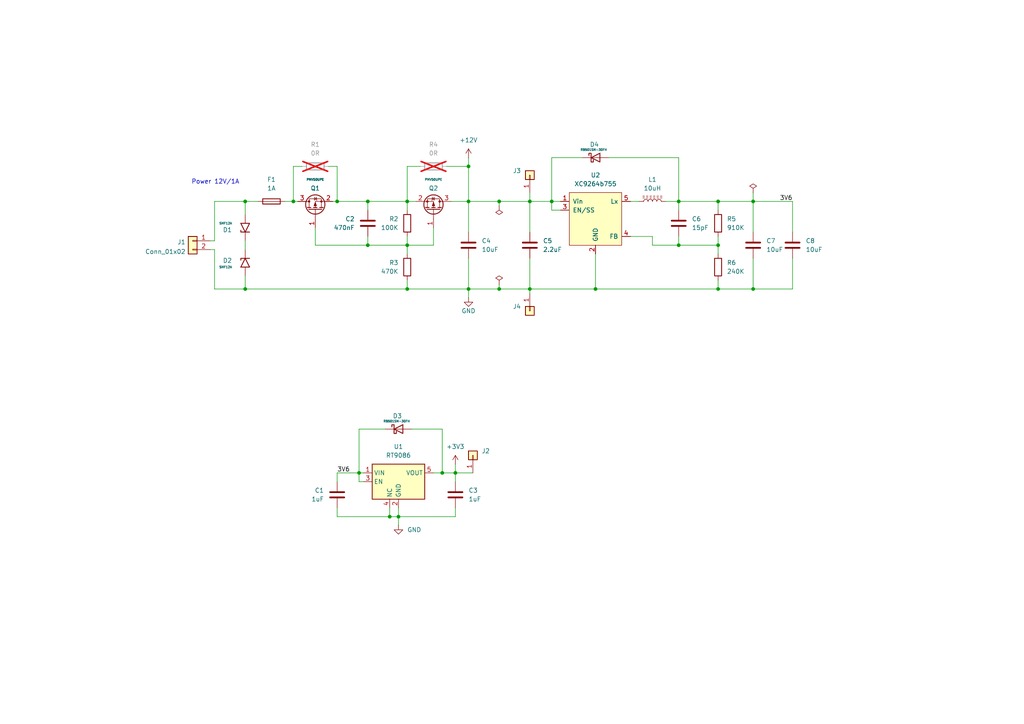
<source format=kicad_sch>
(kicad_sch (version 20231120) (generator "eeschema") (generator_version "8.0")
  (paper "A4")
  (lib_symbols
    (symbol "AM163:RT9086-xxGB"
      (property "Reference" "U" (at 0 6.35 0))
      (property "Value" "RT9086-xxGB" (at 7.62 -6.35 0))
      (symbol "RT9086-xxGB_0_1"
        (rectangle (start -7.62 5.08) (end 7.62 -5.08) (stroke (width 0.254)) (fill (type background)))
      )
      (symbol "RT9086-xxGB_1_1"
        (pin power_in line (at -10.16 2.54 0) (length 2.54) (name "VIN") (number "1"))
        (pin power_in line (at 0 -7.62 90) (length 2.54) (name "GND") (number "2"))
        (pin input line (at -10.16 0 0) (length 2.54) (name "EN") (number "3"))
        (pin free line (at -2.54 -7.62 90) (length 2.54) (name "NC") (number "4"))
        (pin power_out line (at 10.16 2.54 180) (length 2.54) (name "VOUT") (number "5"))
      )
    )
    (symbol "AM163:XC926x" (pin_names (offset 1.016))
      (property "Reference" "U" (at 5.08 8.89 0))
      (property "Value" "XC926x" (at 0 8.89 0))
      (symbol "XC926x_0_1"
        (rectangle (start -7.62 7.62) (end 7.62 -7.62) (fill (type background)))
      )
      (symbol "XC926x_1_1"
        (pin power_in line (at -10.16 5.08 0) (length 2.54) (name "Vin") (number "1"))
        (pin power_in line (at 0 -10.16 90) (length 2.54) (name "GND") (number "2"))
        (pin input line (at -10.16 2.54 0) (length 2.54) (name "EN/SS") (number "3"))
        (pin input line (at 10.16 -5.08 180) (length 2.54) (name "FB") (number "4"))
        (pin output line (at 10.16 5.08 180) (length 2.54) (name "Lx") (number "5"))
      )
    )
    (symbol "Connector_Generic:Conn_01x01" (pin_names (offset 1.016) hide)
      (property "Reference" "J" (at 0 2.54 0))
      (property "Value" "Conn_01x01" (at 0 -2.54 0))
      (symbol "Conn_01x01_1_1"
        (rectangle (start -1.27 0.127) (end 0 -0.127) (stroke (width 0.1524)))
        (rectangle (start -1.27 1.27) (end 1.27 -1.27) (stroke (width 0.254)) (fill (type background)))
        (pin passive line (at -5.08 0 0) (length 3.81) (name "Pin_1") (number "1"))
      )
    )
    (symbol "Connector_Generic:Conn_01x02" (pin_names (offset 1.016) hide)
      (property "Reference" "J" (at 0 2.54 0))
      (property "Value" "Conn_01x02" (at 0 -5.08 0))
      (symbol "Conn_01x02_1_1"
        (rectangle (start -1.27 -2.413) (end 0 -2.667) (stroke (width 0.1524)))
        (rectangle (start -1.27 0.127) (end 0 -0.127) (stroke (width 0.1524)))
        (rectangle (start -1.27 1.27) (end 1.27 -3.81) (stroke (width 0.254)) (fill (type background)))
        (pin passive line (at -5.08 0 0) (length 3.81) (name "Pin_1") (number "1"))
        (pin passive line (at -5.08 -2.54 0) (length 3.81) (name "Pin_2") (number "2"))
      )
    )
    (symbol "Device:C" (pin_numbers hide) (pin_names (offset 0.254))
      (property "Reference" "C" (at 0.635 2.54 0))
      (property "Value" "C" (at 0.635 -2.54 0))
      (symbol "C_0_1"
        (polyline (pts (xy -2.032 -0.762) (xy 2.032 -0.762)) (stroke (width 0.508)))
        (polyline (pts (xy -2.032 0.762) (xy 2.032 0.762)) (stroke (width 0.508)))
      )
      (symbol "C_1_1"
        (pin passive line (at 0 3.81 270) (length 2.794) (name "~") (number "1"))
        (pin passive line (at 0 -3.81 90) (length 2.794) (name "~") (number "2"))
      )
    )
    (symbol "Device:D_Schottky" (pin_numbers hide) (pin_names (offset 1.016) hide)
      (property "Reference" "D" (at 0 2.54 0))
      (property "Value" "D_Schottky" (at 0 -2.54 0))
      (symbol "D_Schottky_0_1"
        (polyline (pts (xy 1.27 0) (xy -1.27 0)))
        (polyline (pts (xy 1.27 1.27) (xy 1.27 -1.27) (xy -1.27 0) (xy 1.27 1.27)) (stroke (width 0.254)))
        (polyline (pts (xy -1.905 0.635) (xy -1.905 1.27) (xy -1.27 1.27) (xy -1.27 -1.27) (xy -0.635 -1.27) (xy -0.635 -0.635)) (stroke (width 0.254)))
      )
      (symbol "D_Schottky_1_1"
        (pin passive line (at -3.81 0 0) (length 2.54) (name "K") (number "1"))
        (pin passive line (at 3.81 0 180) (length 2.54) (name "A") (number "2"))
      )
    )
    (symbol "Device:Fuse" (pin_numbers hide) (pin_names (offset 0))
      (property "Reference" "F" (at 2.032 0 90))
      (property "Value" "Fuse" (at -1.905 0 90))
      (symbol "Fuse_0_1"
        (rectangle (start -0.762 -2.54) (end 0.762 2.54) (stroke (width 0.254)))
        (polyline (pts (xy 0 2.54) (xy 0 -2.54)))
      )
      (symbol "Fuse_1_1"
        (pin passive line (at 0 3.81 270) (length 1.27) (name "~") (number "1"))
        (pin passive line (at 0 -3.81 90) (length 1.27) (name "~") (number "2"))
      )
    )
    (symbol "Device:L_Ferrite" (pin_numbers hide) (pin_names (offset 1.016) hide)
      (property "Reference" "L" (at -1.27 0 90))
      (property "Value" "L_Ferrite" (at 2.794 0 90))
      (symbol "L_Ferrite_0_1"
        (arc (start 0 -2.54) (mid 0.6323 -1.905) (end 0 -1.27))
        (arc (start 0 -1.27) (mid 0.6323 -0.635) (end 0 0))
        (polyline (pts (xy 1.016 -2.794) (xy 1.016 -2.286)))
        (polyline (pts (xy 1.016 -1.778) (xy 1.016 -1.27)))
        (polyline (pts (xy 1.016 -0.762) (xy 1.016 -0.254)))
        (polyline (pts (xy 1.016 0.254) (xy 1.016 0.762)))
        (polyline (pts (xy 1.016 1.27) (xy 1.016 1.778)))
        (polyline (pts (xy 1.016 2.286) (xy 1.016 2.794)))
        (polyline (pts (xy 1.524 -2.286) (xy 1.524 -2.794)))
        (polyline (pts (xy 1.524 -1.27) (xy 1.524 -1.778)))
        (polyline (pts (xy 1.524 -0.254) (xy 1.524 -0.762)))
        (polyline (pts (xy 1.524 0.762) (xy 1.524 0.254)))
        (polyline (pts (xy 1.524 1.778) (xy 1.524 1.27)))
        (polyline (pts (xy 1.524 2.794) (xy 1.524 2.286)))
        (arc (start 0 0) (mid 0.6323 0.635) (end 0 1.27))
        (arc (start 0 1.27) (mid 0.6323 1.905) (end 0 2.54))
      )
      (symbol "L_Ferrite_1_1"
        (pin passive line (at 0 3.81 270) (length 1.27) (name "1") (number "1"))
        (pin passive line (at 0 -3.81 90) (length 1.27) (name "2") (number "2"))
      )
    )
    (symbol "Device:Q_PMOS_GSD" (pin_names (offset 0) hide)
      (property "Reference" "Q" (at 5.08 1.27 0))
      (property "Value" "Q_PMOS_GSD" (at 5.08 -1.27 0))
      (symbol "Q_PMOS_GSD_0_1"
        (polyline (pts (xy 0.254 0) (xy -2.54 0)))
        (polyline (pts (xy 0.254 1.905) (xy 0.254 -1.905)) (stroke (width 0.254)))
        (polyline (pts (xy 0.762 -1.27) (xy 0.762 -2.286)) (stroke (width 0.254)))
        (polyline (pts (xy 0.762 0.508) (xy 0.762 -0.508)) (stroke (width 0.254)))
        (polyline (pts (xy 0.762 2.286) (xy 0.762 1.27)) (stroke (width 0.254)))
        (polyline (pts (xy 2.54 2.54) (xy 2.54 1.778)))
        (polyline (pts (xy 2.54 -2.54) (xy 2.54 0) (xy 0.762 0)))
        (polyline (pts (xy 0.762 1.778) (xy 3.302 1.778) (xy 3.302 -1.778) (xy 0.762 -1.778)))
        (polyline (pts (xy 2.286 0) (xy 1.27 0.381) (xy 1.27 -0.381) (xy 2.286 0)) (fill (type outline)))
        (polyline (pts (xy 2.794 -0.508) (xy 2.921 -0.381) (xy 3.683 -0.381) (xy 3.81 -0.254)))
        (polyline (pts (xy 3.302 -0.381) (xy 2.921 0.254) (xy 3.683 0.254) (xy 3.302 -0.381)))
        (circle (center 1.651 0) (radius 2.794) (stroke (width 0.254)))
        (circle (center 2.54 -1.778) (radius 0.254) (fill (type outline)))
        (circle (center 2.54 1.778) (radius 0.254) (fill (type outline)))
      )
      (symbol "Q_PMOS_GSD_1_1"
        (pin input line (at -5.08 0 0) (length 2.54) (name "G") (number "1"))
        (pin passive line (at 2.54 -5.08 90) (length 2.54) (name "S") (number "2"))
        (pin passive line (at 2.54 5.08 270) (length 2.54) (name "D") (number "3"))
      )
    )
    (symbol "Device:R" (pin_numbers hide) (pin_names (offset 0))
      (property "Reference" "R" (at 2.032 0 90))
      (property "Value" "R" (at 0 0 90))
      (symbol "R_0_1"
        (rectangle (start -1.016 -2.54) (end 1.016 2.54) (stroke (width 0.254)))
      )
      (symbol "R_1_1"
        (pin passive line (at 0 3.81 270) (length 1.27) (name "~") (number "1"))
        (pin passive line (at 0 -3.81 90) (length 1.27) (name "~") (number "2"))
      )
    )
    (symbol "Diode:SMF12A" (pin_numbers hide) (pin_names (offset 1.016) hide)
      (property "Reference" "D" (at 0 2.54 0))
      (property "Value" "SMF12A" (at 0 -2.54 0))
      (symbol "SMF12A_0_1"
        (polyline (pts (xy -0.762 1.27) (xy -1.27 1.27) (xy -1.27 -1.27)) (stroke (width 0.254)))
        (polyline (pts (xy 1.27 1.27) (xy 1.27 -1.27) (xy -1.27 0) (xy 1.27 1.27)) (stroke (width 0.254)))
      )
      (symbol "SMF12A_1_1"
        (pin passive line (at -3.81 0 0) (length 2.54) (name "A1") (number "1"))
        (pin passive line (at 3.81 0 180) (length 2.54) (name "A2") (number "2"))
      )
    )
    (symbol "power:+12V" (power) (pin_numbers hide) (pin_names (offset 0) hide)
      (property "Value" "+12V" (at 0 3.556 0))
      (symbol "+12V_0_1"
        (polyline (pts (xy -0.762 1.27) (xy 0 2.54)))
        (polyline (pts (xy 0 0) (xy 0 2.54)))
        (polyline (pts (xy 0 2.54) (xy 0.762 1.27)))
      )
      (symbol "+12V_1_1"
        (pin power_in line (at 0 0 90) (length 0) (name "~") (number "1"))
      )
    )
    (symbol "power:+3V3" (power) (pin_numbers hide) (pin_names (offset 0) hide)
      (property "Value" "+3V3" (at 0 3.556 0))
      (symbol "+3V3_0_1"
        (polyline (pts (xy -0.762 1.27) (xy 0 2.54)))
        (polyline (pts (xy 0 0) (xy 0 2.54)))
        (polyline (pts (xy 0 2.54) (xy 0.762 1.27)))
      )
      (symbol "+3V3_1_1"
        (pin power_in line (at 0 0 90) (length 0) (name "~") (number "1"))
      )
    )
    (symbol "power:GND" (power) (pin_numbers hide) (pin_names (offset 0) hide)
      (property "Value" "GND" (at 0 -3.81 0))
      (symbol "GND_0_1"
        (polyline (pts (xy 0 0) (xy 0 -1.27) (xy 1.27 -1.27) (xy 0 -2.54) (xy -1.27 -1.27) (xy 0 -1.27)))
      )
      (symbol "GND_1_1"
        (pin power_in line (at 0 0 270) (length 0) (name "~") (number "1"))
      )
    )
    (symbol "power:PWR_FLAG" (power) (pin_numbers hide) (pin_names (offset 0) hide)
      (property "Value" "PWR_FLAG" (at 0 3.81 0))
      (symbol "PWR_FLAG_0_0"
        (pin power_out line (at 0 0 90) (length 0) (name "~") (number "1"))
      )
      (symbol "PWR_FLAG_0_1"
        (polyline (pts (xy 0 0) (xy 0 1.27) (xy -1.016 1.905) (xy 0 2.54) (xy 1.016 1.905) (xy 0 1.27)))
      )
    )
  )
  (junction (at 208.28 83.82))
  (junction (at 135.89 83.82))
  (junction (at 153.67 58.42))
  (junction (at 97.79 58.42))
  (junction (at 135.89 58.42))
  (junction (at 118.11 83.82))
  (junction (at 106.68 71.12))
  (junction (at 104.14 137.16))
  (junction (at 172.72 83.82))
  (junction (at 106.68 58.42))
  (junction (at 196.85 71.12))
  (junction (at 160.02 58.42))
  (junction (at 85.09 58.42))
  (junction (at 208.28 58.42))
  (junction (at 115.57 149.86))
  (junction (at 196.85 58.42))
  (junction (at 113.03 149.86))
  (junction (at 118.11 71.12))
  (junction (at 208.28 71.12))
  (junction (at 218.44 83.82))
  (junction (at 135.89 48.26))
  (junction (at 71.12 58.42))
  (junction (at 132.08 137.16))
  (junction (at 144.78 83.82))
  (junction (at 153.67 83.82))
  (junction (at 71.12 83.82))
  (junction (at 144.78 58.42))
  (junction (at 218.44 58.42))
  (junction (at 128.27 137.16))
  (junction (at 118.11 58.42))
  (wire (pts (xy 97.79 58.42) (xy 106.68 58.42)))
  (wire (pts (xy 153.67 74.93) (xy 153.67 83.82)))
  (wire (pts (xy 189.23 68.58) (xy 189.23 71.12)))
  (wire (pts (xy 106.68 71.12) (xy 118.11 71.12)))
  (wire (pts (xy 91.44 71.12) (xy 106.68 71.12)))
  (wire (pts (xy 132.08 137.16) (xy 137.16 137.16)))
  (wire (pts (xy 196.85 71.12) (xy 208.28 71.12)))
  (wire (pts (xy 182.88 58.42) (xy 185.42 58.42)))
  (wire (pts (xy 135.89 67.31) (xy 135.89 58.42)))
  (wire (pts (xy 132.08 134.62) (xy 132.08 137.16)))
  (wire (pts (xy 97.79 149.86) (xy 113.03 149.86)))
  (wire (pts (xy 118.11 83.82) (xy 135.89 83.82)))
  (wire (pts (xy 115.57 149.86) (xy 115.57 152.4)))
  (wire (pts (xy 115.57 147.32) (xy 115.57 149.86)))
  (wire (pts (xy 160.02 60.96) (xy 160.02 58.42)))
  (wire (pts (xy 218.44 58.42) (xy 208.28 58.42)))
  (wire (pts (xy 97.79 48.26) (xy 97.79 58.42)))
  (wire (pts (xy 113.03 149.86) (xy 115.57 149.86)))
  (wire (pts (xy 71.12 69.85) (xy 71.12 72.39)))
  (wire (pts (xy 71.12 58.42) (xy 74.93 58.42)))
  (wire (pts (xy 87.63 48.26) (xy 85.09 48.26)))
  (wire (pts (xy 111.76 124.46) (xy 104.14 124.46)))
  (wire (pts (xy 160.02 45.72) (xy 160.02 58.42)))
  (wire (pts (xy 132.08 137.16) (xy 132.08 139.7)))
  (wire (pts (xy 172.72 73.66) (xy 172.72 83.82)))
  (wire (pts (xy 229.87 83.82) (xy 218.44 83.82)))
  (wire (pts (xy 115.57 149.86) (xy 132.08 149.86)))
  (wire (pts (xy 218.44 83.82) (xy 208.28 83.82)))
  (wire (pts (xy 97.79 147.32) (xy 97.79 149.86)))
  (wire (pts (xy 96.52 58.42) (xy 97.79 58.42)))
  (wire (pts (xy 208.28 58.42) (xy 208.28 60.96)))
  (wire (pts (xy 97.79 137.16) (xy 104.14 137.16)))
  (wire (pts (xy 218.44 55.88) (xy 218.44 58.42)))
  (wire (pts (xy 128.27 124.46) (xy 128.27 137.16)))
  (wire (pts (xy 104.14 139.7) (xy 104.14 137.16)))
  (wire (pts (xy 162.56 60.96) (xy 160.02 60.96)))
  (wire (pts (xy 153.67 83.82) (xy 153.67 85.09)))
  (wire (pts (xy 71.12 80.01) (xy 71.12 83.82)))
  (wire (pts (xy 118.11 48.26) (xy 121.92 48.26)))
  (wire (pts (xy 135.89 58.42) (xy 144.78 58.42)))
  (wire (pts (xy 208.28 71.12) (xy 208.28 73.66)))
  (wire (pts (xy 144.78 58.42) (xy 153.67 58.42)))
  (wire (pts (xy 82.55 58.42) (xy 85.09 58.42)))
  (wire (pts (xy 132.08 147.32) (xy 132.08 149.86)))
  (wire (pts (xy 125.73 66.04) (xy 125.73 71.12)))
  (wire (pts (xy 196.85 45.72) (xy 196.85 58.42)))
  (wire (pts (xy 62.23 83.82) (xy 71.12 83.82)))
  (wire (pts (xy 218.44 74.93) (xy 218.44 83.82)))
  (wire (pts (xy 229.87 74.93) (xy 229.87 83.82)))
  (wire (pts (xy 104.14 139.7) (xy 105.41 139.7)))
  (wire (pts (xy 128.27 137.16) (xy 132.08 137.16)))
  (wire (pts (xy 218.44 58.42) (xy 229.87 58.42)))
  (wire (pts (xy 189.23 71.12) (xy 196.85 71.12)))
  (wire (pts (xy 193.04 58.42) (xy 196.85 58.42)))
  (wire (pts (xy 208.28 68.58) (xy 208.28 71.12)))
  (wire (pts (xy 106.68 58.42) (xy 106.68 60.96)))
  (wire (pts (xy 135.89 45.72) (xy 135.89 48.26)))
  (wire (pts (xy 135.89 83.82) (xy 135.89 86.36)))
  (wire (pts (xy 218.44 67.31) (xy 218.44 58.42)))
  (wire (pts (xy 62.23 72.39) (xy 62.23 83.82)))
  (wire (pts (xy 118.11 81.28) (xy 118.11 83.82)))
  (wire (pts (xy 135.89 83.82) (xy 144.78 83.82)))
  (wire (pts (xy 60.96 72.39) (xy 62.23 72.39)))
  (wire (pts (xy 97.79 137.16) (xy 97.79 139.7)))
  (wire (pts (xy 182.88 68.58) (xy 189.23 68.58)))
  (wire (pts (xy 135.89 48.26) (xy 135.89 58.42)))
  (wire (pts (xy 95.25 48.26) (xy 97.79 48.26)))
  (wire (pts (xy 129.54 48.26) (xy 135.89 48.26)))
  (wire (pts (xy 196.85 58.42) (xy 208.28 58.42)))
  (wire (pts (xy 118.11 71.12) (xy 118.11 73.66)))
  (wire (pts (xy 144.78 82.55) (xy 144.78 83.82)))
  (wire (pts (xy 106.68 58.42) (xy 118.11 58.42)))
  (wire (pts (xy 160.02 58.42) (xy 162.56 58.42)))
  (wire (pts (xy 118.11 71.12) (xy 125.73 71.12)))
  (wire (pts (xy 153.67 58.42) (xy 153.67 67.31)))
  (wire (pts (xy 106.68 68.58) (xy 106.68 71.12)))
  (wire (pts (xy 71.12 58.42) (xy 71.12 62.23)))
  (wire (pts (xy 176.53 45.72) (xy 196.85 45.72)))
  (wire (pts (xy 91.44 66.04) (xy 91.44 71.12)))
  (wire (pts (xy 113.03 147.32) (xy 113.03 149.86)))
  (wire (pts (xy 208.28 83.82) (xy 172.72 83.82)))
  (wire (pts (xy 118.11 68.58) (xy 118.11 71.12)))
  (wire (pts (xy 153.67 58.42) (xy 160.02 58.42)))
  (wire (pts (xy 135.89 74.93) (xy 135.89 83.82)))
  (wire (pts (xy 125.73 137.16) (xy 128.27 137.16)))
  (wire (pts (xy 168.91 45.72) (xy 160.02 45.72)))
  (wire (pts (xy 62.23 58.42) (xy 71.12 58.42)))
  (wire (pts (xy 144.78 83.82) (xy 153.67 83.82)))
  (wire (pts (xy 153.67 83.82) (xy 172.72 83.82)))
  (wire (pts (xy 104.14 137.16) (xy 105.41 137.16)))
  (wire (pts (xy 118.11 48.26) (xy 118.11 58.42)))
  (wire (pts (xy 119.38 124.46) (xy 128.27 124.46)))
  (wire (pts (xy 196.85 58.42) (xy 196.85 60.96)))
  (wire (pts (xy 71.12 83.82) (xy 118.11 83.82)))
  (wire (pts (xy 62.23 69.85) (xy 62.23 58.42)))
  (wire (pts (xy 208.28 81.28) (xy 208.28 83.82)))
  (wire (pts (xy 229.87 67.31) (xy 229.87 58.42)))
  (wire (pts (xy 118.11 58.42) (xy 120.65 58.42)))
  (wire (pts (xy 85.09 48.26) (xy 85.09 58.42)))
  (wire (pts (xy 144.78 58.42) (xy 144.78 59.69)))
  (wire (pts (xy 85.09 58.42) (xy 86.36 58.42)))
  (wire (pts (xy 130.81 58.42) (xy 135.89 58.42)))
  (wire (pts (xy 60.96 69.85) (xy 62.23 69.85)))
  (wire (pts (xy 104.14 124.46) (xy 104.14 137.16)))
  (wire (pts (xy 153.67 55.88) (xy 153.67 58.42)))
  (wire (pts (xy 118.11 58.42) (xy 118.11 60.96)))
  (wire (pts (xy 196.85 68.58) (xy 196.85 71.12)))
  (text "Power 12V/1A" (at 62.484 52.832 0) (effects (font (size 1.27 1.27))))
  (label "3V6" (at 229.87 58.42 180))
  (label "3V6" (at 97.79 137.16 0))
  (symbol (lib_id "AM163:RT9086-xxGB") (at 115.57 139.7 0) (unit 1)
    (property "Reference" "U1" (at 115.57 129.54 0))
    (property "Value" "RT9086" (at 115.57 132.08 0))
    (property "Footprint" "Package_TO_SOT_SMD:SOT-23-5" (effects (hide yes)))
    (property "Datasheet" "https://www.richtek.com/assets/product_file/RT9086/DS9086-07.pdf" (effects (hide yes)))
    (property "Description" "250mA, Ultra-Low Noise, Low Quiescent Current, LDO Regulator" (effects (hide yes)))
    (property "Vendor" "RICHTEK:RT9086" (effects (hide yes)))
  )
  (symbol (lib_id "Device:R") (at 118.11 77.47 0) (mirror y) (unit 1)
    (property "Reference" "R3" (at 115.57 76.1999 0) (effects (justify left)))
    (property "Value" "470K" (at 115.57 78.7399 0) (effects (justify left)))
    (property "Footprint" "Resistor_SMD:R_0402_1005Metric_Pad0.72x0.64mm_HandSolder" (effects (hide yes)))
    (property "Description" "Resistor" (effects (hide yes)))
  )
  (symbol (lib_id "Connector_Generic:Conn_01x01") (at 153.67 50.8 270) (mirror x) (unit 1)
    (property "Reference" "J3" (at 151.13 49.5299 90) (effects (justify right)))
    (property "Value" "Conn_01x01" (effects (hide yes)))
    (property "Footprint" "Connector_PinHeader_2.54mm:PinHeader_1x01_P2.54mm_Vertical" (effects (hide yes)))
    (property "Description" "Generic connector, single row, 01x01, script generated (kicad-library-utils/schlib/autogen/connector/)" (effects (hide yes)))
  )
  (symbol (lib_id "power:GND") (at 115.57 152.4 0) (unit 1)
    (property "Reference" "#PWR01" (effects (hide yes)))
    (property "Value" "GND" (at 118.11 153.6699 0) (effects (justify left)))
    (property "Description" "Power symbol creates a global label with name \"GND\" , ground" (effects (hide yes)))
  )
  (symbol (lib_id "Device:D_Schottky") (at 115.57 124.46 0) (unit 1)
    (property "Reference" "D3" (at 115.2525 120.65 0))
    (property "Value" "RB501SM-30FH" (at 115.062 122.174 0) (effects (font (size 0.635 0.635))))
    (property "Footprint" "Diode_SMD:D_SOD-523" (effects (hide yes)))
    (property "Description" "Schottky diode" (effects (hide yes)))
    (property "Vendor" "ROHM:RB501SM-30FH" (effects (hide yes)))
  )
  (symbol (lib_id "Connector_Generic:Conn_01x02") (at 55.88 69.85 0) (mirror y) (unit 1)
    (property "Reference" "J1" (at 53.848 70.2115 0) (effects (justify left)))
    (property "Value" "Conn_01x02" (at 53.848 72.9866 0) (effects (justify left)))
    (property "Footprint" "Connector_JST:JST_PH_B2B-PH-K_1x02_P2.00mm_Vertical" (effects (hide yes)))
    (property "Description" "Generic connector, single row, 01x02, script generated (kicad-library-utils/schlib/autogen/connector/)" (effects (hide yes)))
    (property "Vendor" "JST:B2B-PH-K-S" (effects (hide yes)))
  )
  (symbol (lib_id "Device:R") (at 91.44 48.26 90) (unit 1) (dnp yes)
    (property "Reference" "R1" (at 91.44 41.91 90))
    (property "Value" "0R" (at 91.44 44.45 90))
    (property "Footprint" "Resistor_SMD:R_0805_2012Metric_Pad1.20x1.40mm_HandSolder" (effects (hide yes)))
    (property "Description" "Resistor" (effects (hide yes)))
  )
  (symbol (lib_id "Device:C") (at 196.85 64.77 0) (unit 1)
    (property "Reference" "C6" (at 200.66 63.4999 0) (effects (justify left)))
    (property "Value" "15pF" (at 200.66 66.0399 0) (effects (justify left)))
    (property "Footprint" "Capacitor_SMD:C_0402_1005Metric_Pad0.74x0.62mm_HandSolder" (effects (hide yes)))
    (property "Description" "Unpolarized capacitor" (effects (hide yes)))
  )
  (symbol (lib_id "Device:C") (at 229.87 71.12 0) (unit 1)
    (property "Reference" "C8" (at 233.68 69.8499 0) (effects (justify left)))
    (property "Value" "10uF" (at 233.68 72.3899 0) (effects (justify left)))
    (property "Footprint" "Capacitor_SMD:C_0805_2012Metric_Pad1.18x1.45mm_HandSolder" (effects (hide yes)))
    (property "Description" "Unpolarized capacitor" (effects (hide yes)))
  )
  (symbol (lib_id "Device:R") (at 125.73 48.26 90) (unit 1) (dnp yes)
    (property "Reference" "R4" (at 125.73 41.91 90))
    (property "Value" "0R" (at 125.73 44.45 90))
    (property "Footprint" "Resistor_SMD:R_0805_2012Metric_Pad1.20x1.40mm_HandSolder" (effects (hide yes)))
    (property "Description" "Resistor" (effects (hide yes)))
  )
  (symbol (lib_id "Device:L_Ferrite") (at 189.23 58.42 90) (unit 1)
    (property "Reference" "L1" (at 189.23 52.07 90))
    (property "Value" "10uH" (at 189.23 54.61 90))
    (property "Footprint" "AM163:L_TDK_VLS252012HBX_Handsoldering" (effects (hide yes)))
    (property "Description" "Inductor with ferrite core" (effects (hide yes)))
    (property "Vendor" "TDK:VLS252012HBX-100M-1" (effects (hide yes)))
  )
  (symbol (lib_id "power:+3V3") (at 132.08 134.62 0) (unit 1)
    (property "Reference" "#PWR02" (effects (hide yes)))
    (property "Value" "+3V3" (at 132.08 129.54 0))
    (property "Description" "Power symbol creates a global label with name \"+3V3\"" (effects (hide yes)))
  )
  (symbol (lib_id "Device:R") (at 208.28 64.77 0) (unit 1)
    (property "Reference" "R5" (at 210.82 63.4999 0) (effects (justify left)))
    (property "Value" "910K" (at 210.82 66.0399 0) (effects (justify left)))
    (property "Footprint" "Resistor_SMD:R_0402_1005Metric_Pad0.72x0.64mm_HandSolder" (effects (hide yes)))
    (property "Description" "Resistor" (effects (hide yes)))
  )
  (symbol (lib_id "Device:C") (at 132.08 143.51 0) (unit 1)
    (property "Reference" "C3" (at 135.89 142.2399 0) (effects (justify left)))
    (property "Value" "1uF" (at 135.89 144.7799 0) (effects (justify left)))
    (property "Footprint" "Capacitor_SMD:C_0603_1608Metric_Pad1.08x0.95mm_HandSolder" (effects (hide yes)))
    (property "Description" "Unpolarized capacitor" (effects (hide yes)))
  )
  (symbol (lib_id "Device:C") (at 106.68 64.77 0) (mirror y) (unit 1)
    (property "Reference" "C2" (at 102.87 63.5 0) (effects (justify left)))
    (property "Value" "470nF" (at 102.87 66.04 0) (effects (justify left)))
    (property "Footprint" "Capacitor_SMD:C_0603_1608Metric_Pad1.08x0.95mm_HandSolder" (effects (hide yes)))
    (property "Description" "Unpolarized capacitor" (effects (hide yes)))
  )
  (symbol (lib_id "Device:R") (at 118.11 64.77 0) (mirror y) (unit 1)
    (property "Reference" "R2" (at 115.57 63.4999 0) (effects (justify left)))
    (property "Value" "100K" (at 115.57 66.0399 0) (effects (justify left)))
    (property "Footprint" "Resistor_SMD:R_0402_1005Metric_Pad0.72x0.64mm_HandSolder" (effects (hide yes)))
    (property "Description" "Resistor" (effects (hide yes)))
  )
  (symbol (lib_id "Device:C") (at 218.44 71.12 0) (unit 1)
    (property "Reference" "C7" (at 222.25 69.8499 0) (effects (justify left)))
    (property "Value" "10uF" (at 222.25 72.3899 0) (effects (justify left)))
    (property "Footprint" "Capacitor_SMD:C_0805_2012Metric_Pad1.18x1.45mm_HandSolder" (effects (hide yes)))
    (property "Description" "Unpolarized capacitor" (effects (hide yes)))
  )
  (symbol (lib_id "AM163:XC926x") (at 172.72 63.5 0) (unit 1)
    (property "Reference" "U2" (at 172.72 50.8 0))
    (property "Value" "XC9264b755" (at 172.72 53.34 0))
    (property "Footprint" "Package_TO_SOT_SMD:SOT-23-5" (effects (hide yes)))
    (property "Datasheet" "https://www.torexsemi.com/file/xc9263/XC9263-XC9264.pdf" (effects (hide yes)))
    (property "Description" "18V Operation 0.5A Synchronous Step-Down DC/DC Converters" (effects (hide yes)))
  )
  (symbol (lib_id "Device:Fuse") (at 78.74 58.42 90) (unit 1)
    (property "Reference" "F1" (at 78.74 52.07 90))
    (property "Value" "1A" (at 78.74 54.61 90))
    (property "Footprint" "Inductor_SMD:L_0603_1608Metric_Pad1.05x0.95mm_HandSolder" (effects (hide yes)))
    (property "Description" "Fuse" (effects (hide yes)))
    (property "Vendor" "MULTICOMP:MCCFB0603TFF/1" (effects (hide yes)))
  )
  (symbol (lib_id "power:GND") (at 135.89 86.36 0) (unit 1)
    (property "Reference" "#PWR04" (effects (hide yes)))
    (property "Value" "GND" (at 135.89 90.17 0))
    (property "Description" "Power symbol creates a global label with name \"GND\" , ground" (effects (hide yes)))
  )
  (symbol (lib_id "Device:C") (at 135.89 71.12 0) (unit 1)
    (property "Reference" "C4" (at 139.7 69.8499 0) (effects (justify left)))
    (property "Value" "10uF" (at 139.7 72.3899 0) (effects (justify left)))
    (property "Footprint" "Capacitor_SMD:C_0805_2012Metric_Pad1.18x1.45mm_HandSolder" (effects (hide yes)))
    (property "Description" "Unpolarized capacitor" (effects (hide yes)))
  )
  (symbol (lib_id "Device:Q_PMOS_GSD") (at 125.73 60.96 270) (mirror x) (unit 1)
    (property "Reference" "Q2" (at 125.73 54.61 90))
    (property "Value" "PMV50UPE" (at 125.73 52.07 90) (effects (font (size 0.635 0.635))))
    (property "Footprint" "Package_TO_SOT_SMD:SOT-23" (effects (hide yes)))
    (property "Description" "P-MOSFET transistor, gate/source/drain" (effects (hide yes)))
    (property "Vendor" "Nexperia:PMV50UPE" (effects (hide yes)))
  )
  (symbol (lib_id "power:+12V") (at 135.89 45.72 0) (unit 1)
    (property "Reference" "#PWR03" (effects (hide yes)))
    (property "Value" "+12V" (at 135.89 40.64 0))
    (property "Description" "Power symbol creates a global label with name \"+12V\"" (effects (hide yes)))
  )
  (symbol (lib_id "power:PWR_FLAG") (at 144.78 82.55 0) (mirror y) (unit 1)
    (property "Reference" "#FLG02" (effects (hide yes)))
    (property "Value" "PWR_FLAG" (effects (hide yes)))
    (property "Description" "Special symbol for telling ERC where power comes from" (effects (hide yes)))
  )
  (symbol (lib_id "Device:C") (at 97.79 143.51 0) (mirror x) (unit 1)
    (property "Reference" "C1" (at 93.98 142.2399 0) (effects (justify right)))
    (property "Value" "1uF" (at 93.98 144.7799 0) (effects (justify right)))
    (property "Footprint" "Capacitor_SMD:C_0603_1608Metric_Pad1.08x0.95mm_HandSolder" (effects (hide yes)))
    (property "Description" "Unpolarized capacitor" (effects (hide yes)))
  )
  (symbol (lib_id "Device:Q_PMOS_GSD") (at 91.44 60.96 90) (unit 1)
    (property "Reference" "Q1" (at 91.44 54.61 90))
    (property "Value" "PMV50UPE" (at 91.44 52.07 90) (effects (font (size 0.635 0.635))))
    (property "Footprint" "Package_TO_SOT_SMD:SOT-23" (effects (hide yes)))
    (property "Description" "P-MOSFET transistor, gate/source/drain" (effects (hide yes)))
    (property "Vendor" "Nexperia:PMV50UPE" (effects (hide yes)))
  )
  (symbol (lib_id "Device:D_Schottky") (at 172.72 45.72 0) (unit 1)
    (property "Reference" "D4" (at 172.4025 41.91 0))
    (property "Value" "RB501SM-30FH" (at 172.212 43.434 0) (effects (font (size 0.635 0.635))))
    (property "Footprint" "Diode_SMD:D_SOD-523" (effects (hide yes)))
    (property "Description" "Schottky diode" (effects (hide yes)))
    (property "Vendor" "ROHM:RB501SM-30FH" (effects (hide yes)))
  )
  (symbol (lib_id "power:PWR_FLAG") (at 218.44 55.88 0) (mirror y) (unit 1)
    (property "Reference" "#FLG03" (effects (hide yes)))
    (property "Value" "PWR_FLAG" (effects (hide yes)))
    (property "Description" "Special symbol for telling ERC where power comes from" (effects (hide yes)))
  )
  (symbol (lib_id "Connector_Generic:Conn_01x01") (at 137.16 132.08 90) (unit 1)
    (property "Reference" "J2" (at 139.7 130.8099 90) (effects (justify right)))
    (property "Value" "Conn_01x01" (effects (hide yes)))
    (property "Footprint" "Connector_PinHeader_2.54mm:PinHeader_1x01_P2.54mm_Vertical" (effects (hide yes)))
    (property "Description" "Generic connector, single row, 01x01, script generated (kicad-library-utils/schlib/autogen/connector/)" (effects (hide yes)))
  )
  (symbol (lib_id "Device:R") (at 208.28 77.47 0) (unit 1)
    (property "Reference" "R6" (at 210.82 76.1999 0) (effects (justify left)))
    (property "Value" "240K" (at 210.82 78.7399 0) (effects (justify left)))
    (property "Footprint" "Resistor_SMD:R_0402_1005Metric_Pad0.72x0.64mm_HandSolder" (effects (hide yes)))
    (property "Description" "Resistor" (effects (hide yes)))
  )
  (symbol (lib_id "Diode:SMF12A") (at 71.12 66.04 90) (unit 1)
    (property "Reference" "D1" (at 67.31 66.675 90) (effects (justify left)))
    (property "Value" "SMF12A" (at 67.31 64.77 90) (effects (font (size 0.635 0.635)) (justify left)))
    (property "Footprint" "Diode_SMD:D_SMF" (effects (hide yes)))
    (property "Datasheet" "https://www.vishay.com/doc?85881" (effects (hide yes)))
    (property "Description" "200W unidirectional Transil Transient Voltage Suppressor, 12Vrwm, SMF" (effects (hide yes)))
    (property "Vendor" "Vishay:SMF12A" (effects (hide yes)))
  )
  (symbol (lib_id "Connector_Generic:Conn_01x01") (at 153.67 90.17 90) (mirror x) (unit 1)
    (property "Reference" "J4" (at 151.13 88.8999 90) (effects (justify left)))
    (property "Value" "Conn_01x01" (effects (hide yes)))
    (property "Footprint" "Connector_PinHeader_2.54mm:PinHeader_1x01_P2.54mm_Vertical" (effects (hide yes)))
    (property "Description" "Generic connector, single row, 01x01, script generated (kicad-library-utils/schlib/autogen/connector/)" (effects (hide yes)))
  )
  (symbol (lib_id "Diode:SMF12A") (at 71.12 76.2 90) (mirror x) (unit 1)
    (property "Reference" "D2" (at 67.31 75.565 90) (effects (justify left)))
    (property "Value" "SMF12A" (at 67.31 77.47 90) (effects (font (size 0.635 0.635)) (justify left)))
    (property "Footprint" "Diode_SMD:D_SMF" (effects (hide yes)))
    (property "Datasheet" "https://www.vishay.com/doc?85881" (effects (hide yes)))
    (property "Description" "200W unidirectional Transil Transient Voltage Suppressor, 12Vrwm, SMF" (effects (hide yes)))
    (property "Vendor" "Vishay:SMF12A" (effects (hide yes)))
  )
  (symbol (lib_id "power:PWR_FLAG") (at 144.78 59.69 0) (mirror x) (unit 1)
    (property "Reference" "#FLG01" (effects (hide yes)))
    (property "Value" "PWR_FLAG" (effects (hide yes)))
    (property "Description" "Special symbol for telling ERC where power comes from" (effects (hide yes)))
  )
  (symbol (lib_id "Device:C") (at 153.67 71.12 0) (unit 1)
    (property "Reference" "C5" (at 157.48 69.8499 0) (effects (justify left)))
    (property "Value" "2.2uF" (at 157.48 72.3899 0) (effects (justify left)))
    (property "Footprint" "Capacitor_SMD:C_0603_1608Metric_Pad1.08x0.95mm_HandSolder" (effects (hide yes)))
    (property "Description" "Unpolarized capacitor" (effects (hide yes)))
  )
)
</source>
